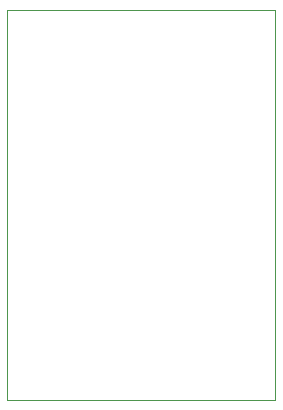
<source format=gbr>
%TF.GenerationSoftware,KiCad,Pcbnew,7.0.1*%
%TF.CreationDate,2024-01-20T21:14:23-07:00*%
%TF.ProjectId,mux_driver_v1,6d75785f-6472-4697-9665-725f76312e6b,rev?*%
%TF.SameCoordinates,Original*%
%TF.FileFunction,Profile,NP*%
%FSLAX46Y46*%
G04 Gerber Fmt 4.6, Leading zero omitted, Abs format (unit mm)*
G04 Created by KiCad (PCBNEW 7.0.1) date 2024-01-20 21:14:23*
%MOMM*%
%LPD*%
G01*
G04 APERTURE LIST*
%TA.AperFunction,Profile*%
%ADD10C,0.100000*%
%TD*%
G04 APERTURE END LIST*
D10*
X166400000Y-71700000D02*
X166400000Y-102800000D01*
X143700000Y-69850000D02*
X143700000Y-71700000D01*
X143700000Y-102800000D02*
X143700000Y-71700000D01*
X166400000Y-69850000D02*
X166400000Y-71700000D01*
X166400000Y-102800000D02*
X143700000Y-102800000D01*
X166400000Y-69850000D02*
X143700000Y-69850000D01*
M02*

</source>
